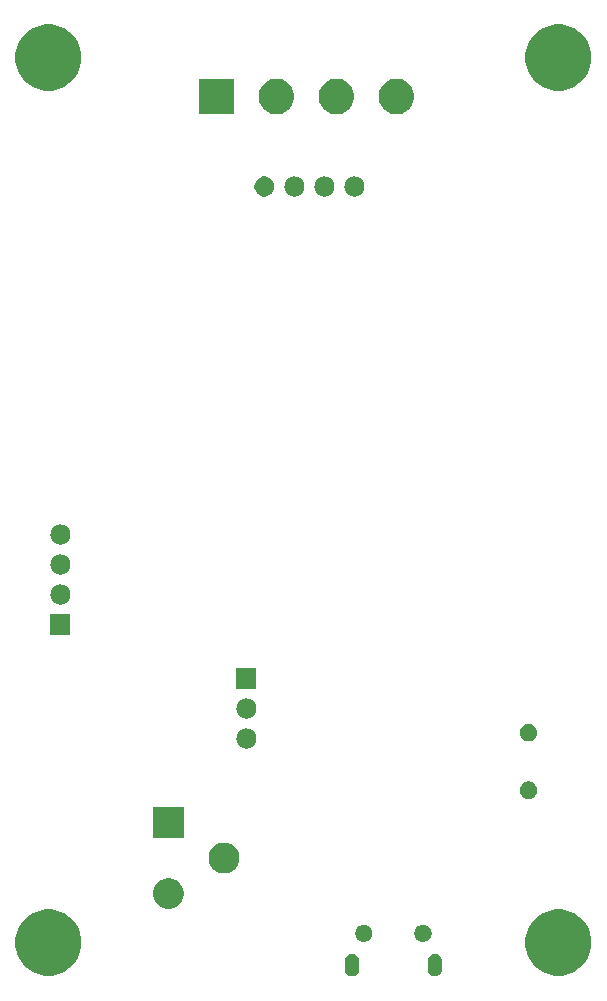
<source format=gbs>
%TF.GenerationSoftware,KiCad,Pcbnew,5.0.1*%
%TF.CreationDate,2018-11-26T07:17:36+01:00*%
%TF.ProjectId,leddings,6C656464696E67732E6B696361645F70,rev?*%
%TF.SameCoordinates,Original*%
%TF.FileFunction,Soldermask,Bot*%
%TF.FilePolarity,Negative*%
%FSLAX46Y46*%
G04 Gerber Fmt 4.6, Leading zero omitted, Abs format (unit mm)*
G04 Created by KiCad (PCBNEW 5.0.1) date Mo 26 Nov 2018 07:17:36 CET*
%MOMM*%
%LPD*%
G01*
G04 APERTURE LIST*
%ADD10C,0.150000*%
G04 APERTURE END LIST*
D10*
G36*
X164907620Y-105103682D02*
X165020720Y-105137990D01*
X165124954Y-105193704D01*
X165216317Y-105268683D01*
X165291296Y-105360045D01*
X165347010Y-105464279D01*
X165381318Y-105577379D01*
X165390000Y-105665526D01*
X165390000Y-106424474D01*
X165381318Y-106512621D01*
X165347010Y-106625721D01*
X165291296Y-106729955D01*
X165216317Y-106821317D01*
X165124955Y-106896296D01*
X165020721Y-106952010D01*
X164907621Y-106986318D01*
X164790000Y-106997903D01*
X164672380Y-106986318D01*
X164559280Y-106952010D01*
X164455046Y-106896296D01*
X164363684Y-106821317D01*
X164288705Y-106729955D01*
X164232990Y-106625721D01*
X164198682Y-106512621D01*
X164190000Y-106424474D01*
X164190000Y-105665527D01*
X164198682Y-105577380D01*
X164232990Y-105464280D01*
X164288704Y-105360046D01*
X164363683Y-105268683D01*
X164455045Y-105193704D01*
X164559279Y-105137990D01*
X164672379Y-105103682D01*
X164790000Y-105092097D01*
X164907620Y-105103682D01*
X164907620Y-105103682D01*
G37*
G36*
X157907621Y-105103682D02*
X158020721Y-105137990D01*
X158124955Y-105193704D01*
X158216317Y-105268683D01*
X158291296Y-105360045D01*
X158347010Y-105464279D01*
X158381318Y-105577379D01*
X158390000Y-105665526D01*
X158390000Y-106424474D01*
X158381318Y-106512621D01*
X158347010Y-106625721D01*
X158291296Y-106729955D01*
X158216317Y-106821317D01*
X158124954Y-106896296D01*
X158020720Y-106952010D01*
X157907620Y-106986318D01*
X157790000Y-106997903D01*
X157672379Y-106986318D01*
X157559279Y-106952010D01*
X157455045Y-106896296D01*
X157363683Y-106821317D01*
X157288704Y-106729954D01*
X157232990Y-106625720D01*
X157198682Y-106512620D01*
X157190000Y-106424473D01*
X157190000Y-105665526D01*
X157198682Y-105577379D01*
X157232990Y-105464279D01*
X157288705Y-105360045D01*
X157363684Y-105268683D01*
X157455046Y-105193704D01*
X157559280Y-105137990D01*
X157672380Y-105103682D01*
X157790000Y-105092097D01*
X157907621Y-105103682D01*
X157907621Y-105103682D01*
G37*
G36*
X175806253Y-101393801D02*
X176076730Y-101447602D01*
X176287799Y-101535030D01*
X176586296Y-101658671D01*
X177044899Y-101965100D01*
X177434900Y-102355101D01*
X177741329Y-102813704D01*
X177819151Y-103001583D01*
X177952398Y-103323270D01*
X178060000Y-103864224D01*
X178060000Y-104415776D01*
X177952398Y-104956730D01*
X177891528Y-105103682D01*
X177741329Y-105466296D01*
X177434900Y-105924899D01*
X177044899Y-106314900D01*
X176586296Y-106621329D01*
X176287799Y-106744970D01*
X176076730Y-106832398D01*
X175806253Y-106886199D01*
X175535777Y-106940000D01*
X174984223Y-106940000D01*
X174713747Y-106886199D01*
X174443270Y-106832398D01*
X174232201Y-106744970D01*
X173933704Y-106621329D01*
X173475101Y-106314900D01*
X173085100Y-105924899D01*
X172778671Y-105466296D01*
X172628472Y-105103682D01*
X172567602Y-104956730D01*
X172460000Y-104415776D01*
X172460000Y-103864224D01*
X172567602Y-103323270D01*
X172700849Y-103001583D01*
X172778671Y-102813704D01*
X173085100Y-102355101D01*
X173475101Y-101965100D01*
X173933704Y-101658671D01*
X174232201Y-101535030D01*
X174443270Y-101447602D01*
X174713747Y-101393801D01*
X174984223Y-101340000D01*
X175535777Y-101340000D01*
X175806253Y-101393801D01*
X175806253Y-101393801D01*
G37*
G36*
X132626253Y-101393801D02*
X132896730Y-101447602D01*
X133107799Y-101535030D01*
X133406296Y-101658671D01*
X133864899Y-101965100D01*
X134254900Y-102355101D01*
X134561329Y-102813704D01*
X134639151Y-103001583D01*
X134772398Y-103323270D01*
X134880000Y-103864224D01*
X134880000Y-104415776D01*
X134772398Y-104956730D01*
X134711528Y-105103682D01*
X134561329Y-105466296D01*
X134254900Y-105924899D01*
X133864899Y-106314900D01*
X133406296Y-106621329D01*
X133107799Y-106744970D01*
X132896730Y-106832398D01*
X132626253Y-106886199D01*
X132355777Y-106940000D01*
X131804223Y-106940000D01*
X131533747Y-106886199D01*
X131263270Y-106832398D01*
X131052201Y-106744970D01*
X130753704Y-106621329D01*
X130295101Y-106314900D01*
X129905100Y-105924899D01*
X129598671Y-105466296D01*
X129448472Y-105103682D01*
X129387602Y-104956730D01*
X129280000Y-104415776D01*
X129280000Y-103864224D01*
X129387602Y-103323270D01*
X129520849Y-103001583D01*
X129598671Y-102813704D01*
X129905100Y-102355101D01*
X130295101Y-101965100D01*
X130753704Y-101658671D01*
X131052201Y-101535030D01*
X131263270Y-101447602D01*
X131533747Y-101393801D01*
X131804223Y-101340000D01*
X132355777Y-101340000D01*
X132626253Y-101393801D01*
X132626253Y-101393801D01*
G37*
G36*
X163917434Y-102631144D02*
X164001475Y-102647861D01*
X164133416Y-102702513D01*
X164133417Y-102702514D01*
X164252164Y-102781858D01*
X164353142Y-102882836D01*
X164353144Y-102882839D01*
X164432487Y-103001584D01*
X164487139Y-103133525D01*
X164515000Y-103273594D01*
X164515000Y-103416406D01*
X164487139Y-103556475D01*
X164432487Y-103688416D01*
X164432486Y-103688417D01*
X164353142Y-103807164D01*
X164252164Y-103908142D01*
X164252161Y-103908144D01*
X164133416Y-103987487D01*
X164001475Y-104042139D01*
X163917434Y-104058856D01*
X163861408Y-104070000D01*
X163718592Y-104070000D01*
X163662566Y-104058856D01*
X163578525Y-104042139D01*
X163446584Y-103987487D01*
X163327839Y-103908144D01*
X163327836Y-103908142D01*
X163226858Y-103807164D01*
X163147514Y-103688417D01*
X163147513Y-103688416D01*
X163092861Y-103556475D01*
X163065000Y-103416406D01*
X163065000Y-103273594D01*
X163092861Y-103133525D01*
X163147513Y-103001584D01*
X163226856Y-102882839D01*
X163226858Y-102882836D01*
X163327836Y-102781858D01*
X163446583Y-102702514D01*
X163446584Y-102702513D01*
X163578525Y-102647861D01*
X163662566Y-102631144D01*
X163718592Y-102620000D01*
X163861408Y-102620000D01*
X163917434Y-102631144D01*
X163917434Y-102631144D01*
G37*
G36*
X158917434Y-102631144D02*
X159001475Y-102647861D01*
X159133416Y-102702513D01*
X159133417Y-102702514D01*
X159252164Y-102781858D01*
X159353142Y-102882836D01*
X159353144Y-102882839D01*
X159432487Y-103001584D01*
X159487139Y-103133525D01*
X159515000Y-103273594D01*
X159515000Y-103416406D01*
X159487139Y-103556475D01*
X159432487Y-103688416D01*
X159432486Y-103688417D01*
X159353142Y-103807164D01*
X159252164Y-103908142D01*
X159252161Y-103908144D01*
X159133416Y-103987487D01*
X159001475Y-104042139D01*
X158917434Y-104058856D01*
X158861408Y-104070000D01*
X158718592Y-104070000D01*
X158662566Y-104058856D01*
X158578525Y-104042139D01*
X158446584Y-103987487D01*
X158327839Y-103908144D01*
X158327836Y-103908142D01*
X158226858Y-103807164D01*
X158147514Y-103688417D01*
X158147513Y-103688416D01*
X158092861Y-103556475D01*
X158065000Y-103416406D01*
X158065000Y-103273594D01*
X158092861Y-103133525D01*
X158147513Y-103001584D01*
X158226856Y-102882839D01*
X158226858Y-102882836D01*
X158327836Y-102781858D01*
X158446583Y-102702514D01*
X158446584Y-102702513D01*
X158578525Y-102647861D01*
X158662566Y-102631144D01*
X158718592Y-102620000D01*
X158861408Y-102620000D01*
X158917434Y-102631144D01*
X158917434Y-102631144D01*
G37*
G36*
X142619196Y-98729958D02*
X142855780Y-98827954D01*
X143068705Y-98970226D01*
X143249774Y-99151295D01*
X143392046Y-99364220D01*
X143490042Y-99600804D01*
X143540000Y-99851960D01*
X143540000Y-100108040D01*
X143490042Y-100359196D01*
X143392046Y-100595780D01*
X143249774Y-100808705D01*
X143068705Y-100989774D01*
X142855780Y-101132046D01*
X142619196Y-101230042D01*
X142368040Y-101280000D01*
X142111960Y-101280000D01*
X141860804Y-101230042D01*
X141624220Y-101132046D01*
X141411295Y-100989774D01*
X141230226Y-100808705D01*
X141087954Y-100595780D01*
X140989958Y-100359196D01*
X140940000Y-100108040D01*
X140940000Y-99851960D01*
X140989958Y-99600804D01*
X141087954Y-99364220D01*
X141230226Y-99151295D01*
X141411295Y-98970226D01*
X141624220Y-98827954D01*
X141860804Y-98729958D01*
X142111960Y-98680000D01*
X142368040Y-98680000D01*
X142619196Y-98729958D01*
X142619196Y-98729958D01*
G37*
G36*
X147319196Y-95729958D02*
X147555780Y-95827954D01*
X147768705Y-95970226D01*
X147949774Y-96151295D01*
X148092046Y-96364220D01*
X148190042Y-96600804D01*
X148240000Y-96851960D01*
X148240000Y-97108040D01*
X148190042Y-97359196D01*
X148092046Y-97595780D01*
X147949774Y-97808705D01*
X147768705Y-97989774D01*
X147555780Y-98132046D01*
X147319196Y-98230042D01*
X147068040Y-98280000D01*
X146811960Y-98280000D01*
X146560804Y-98230042D01*
X146324220Y-98132046D01*
X146111295Y-97989774D01*
X145930226Y-97808705D01*
X145787954Y-97595780D01*
X145689958Y-97359196D01*
X145640000Y-97108040D01*
X145640000Y-96851960D01*
X145689958Y-96600804D01*
X145787954Y-96364220D01*
X145930226Y-96151295D01*
X146111295Y-95970226D01*
X146324220Y-95827954D01*
X146560804Y-95729958D01*
X146811960Y-95680000D01*
X147068040Y-95680000D01*
X147319196Y-95729958D01*
X147319196Y-95729958D01*
G37*
G36*
X143540000Y-95280000D02*
X140940000Y-95280000D01*
X140940000Y-92680000D01*
X143540000Y-92680000D01*
X143540000Y-95280000D01*
X143540000Y-95280000D01*
G37*
G36*
X172866318Y-90504411D02*
X172938767Y-90518822D01*
X172995303Y-90542240D01*
X173075257Y-90575358D01*
X173198100Y-90657439D01*
X173302561Y-90761900D01*
X173384642Y-90884743D01*
X173441178Y-91021234D01*
X173470000Y-91166130D01*
X173470000Y-91313870D01*
X173441178Y-91458766D01*
X173384642Y-91595257D01*
X173302561Y-91718100D01*
X173198100Y-91822561D01*
X173075257Y-91904642D01*
X172995303Y-91937760D01*
X172938767Y-91961178D01*
X172866318Y-91975589D01*
X172793870Y-91990000D01*
X172646130Y-91990000D01*
X172573682Y-91975589D01*
X172501233Y-91961178D01*
X172444697Y-91937760D01*
X172364743Y-91904642D01*
X172241900Y-91822561D01*
X172137439Y-91718100D01*
X172055358Y-91595257D01*
X171998822Y-91458766D01*
X171970000Y-91313870D01*
X171970000Y-91166130D01*
X171998822Y-91021234D01*
X172055358Y-90884743D01*
X172137439Y-90761900D01*
X172241900Y-90657439D01*
X172364743Y-90575358D01*
X172444697Y-90542240D01*
X172501233Y-90518822D01*
X172573682Y-90504411D01*
X172646130Y-90490000D01*
X172793870Y-90490000D01*
X172866318Y-90504411D01*
X172866318Y-90504411D01*
G37*
G36*
X149010630Y-86030299D02*
X149170855Y-86078903D01*
X149318520Y-86157831D01*
X149447949Y-86264051D01*
X149554169Y-86393480D01*
X149633097Y-86541145D01*
X149681701Y-86701370D01*
X149698112Y-86868000D01*
X149681701Y-87034630D01*
X149633097Y-87194855D01*
X149554169Y-87342520D01*
X149447949Y-87471949D01*
X149318520Y-87578169D01*
X149170855Y-87657097D01*
X149010630Y-87705701D01*
X148885752Y-87718000D01*
X148802248Y-87718000D01*
X148677370Y-87705701D01*
X148517145Y-87657097D01*
X148369480Y-87578169D01*
X148240051Y-87471949D01*
X148133831Y-87342520D01*
X148054903Y-87194855D01*
X148006299Y-87034630D01*
X147989888Y-86868000D01*
X148006299Y-86701370D01*
X148054903Y-86541145D01*
X148133831Y-86393480D01*
X148240051Y-86264051D01*
X148369480Y-86157831D01*
X148517145Y-86078903D01*
X148677370Y-86030299D01*
X148802248Y-86018000D01*
X148885752Y-86018000D01*
X149010630Y-86030299D01*
X149010630Y-86030299D01*
G37*
G36*
X172866318Y-85624411D02*
X172938767Y-85638822D01*
X172995303Y-85662240D01*
X173075257Y-85695358D01*
X173198100Y-85777439D01*
X173302561Y-85881900D01*
X173384642Y-86004743D01*
X173395228Y-86030300D01*
X173441178Y-86141233D01*
X173444480Y-86157832D01*
X173470000Y-86286130D01*
X173470000Y-86433870D01*
X173441178Y-86578766D01*
X173384642Y-86715257D01*
X173302561Y-86838100D01*
X173198100Y-86942561D01*
X173075257Y-87024642D01*
X172995303Y-87057760D01*
X172938767Y-87081178D01*
X172866318Y-87095589D01*
X172793870Y-87110000D01*
X172646130Y-87110000D01*
X172573682Y-87095589D01*
X172501233Y-87081178D01*
X172444697Y-87057760D01*
X172364743Y-87024642D01*
X172241900Y-86942561D01*
X172137439Y-86838100D01*
X172055358Y-86715257D01*
X171998822Y-86578766D01*
X171970000Y-86433870D01*
X171970000Y-86286130D01*
X171995520Y-86157832D01*
X171998822Y-86141233D01*
X172044772Y-86030300D01*
X172055358Y-86004743D01*
X172137439Y-85881900D01*
X172241900Y-85777439D01*
X172364743Y-85695358D01*
X172444697Y-85662240D01*
X172501233Y-85638822D01*
X172573682Y-85624411D01*
X172646130Y-85610000D01*
X172793870Y-85610000D01*
X172866318Y-85624411D01*
X172866318Y-85624411D01*
G37*
G36*
X149010630Y-83490299D02*
X149170855Y-83538903D01*
X149318520Y-83617831D01*
X149447949Y-83724051D01*
X149554169Y-83853480D01*
X149633097Y-84001145D01*
X149681701Y-84161370D01*
X149698112Y-84328000D01*
X149681701Y-84494630D01*
X149633097Y-84654855D01*
X149554169Y-84802520D01*
X149447949Y-84931949D01*
X149318520Y-85038169D01*
X149170855Y-85117097D01*
X149010630Y-85165701D01*
X148885752Y-85178000D01*
X148802248Y-85178000D01*
X148677370Y-85165701D01*
X148517145Y-85117097D01*
X148369480Y-85038169D01*
X148240051Y-84931949D01*
X148133831Y-84802520D01*
X148054903Y-84654855D01*
X148006299Y-84494630D01*
X147989888Y-84328000D01*
X148006299Y-84161370D01*
X148054903Y-84001145D01*
X148133831Y-83853480D01*
X148240051Y-83724051D01*
X148369480Y-83617831D01*
X148517145Y-83538903D01*
X148677370Y-83490299D01*
X148802248Y-83478000D01*
X148885752Y-83478000D01*
X149010630Y-83490299D01*
X149010630Y-83490299D01*
G37*
G36*
X149694000Y-82638000D02*
X147994000Y-82638000D01*
X147994000Y-80938000D01*
X149694000Y-80938000D01*
X149694000Y-82638000D01*
X149694000Y-82638000D01*
G37*
G36*
X133946000Y-78066000D02*
X132246000Y-78066000D01*
X132246000Y-76366000D01*
X133946000Y-76366000D01*
X133946000Y-78066000D01*
X133946000Y-78066000D01*
G37*
G36*
X133262630Y-73838299D02*
X133422855Y-73886903D01*
X133570520Y-73965831D01*
X133699949Y-74072051D01*
X133806169Y-74201480D01*
X133885097Y-74349145D01*
X133933701Y-74509370D01*
X133950112Y-74676000D01*
X133933701Y-74842630D01*
X133885097Y-75002855D01*
X133806169Y-75150520D01*
X133699949Y-75279949D01*
X133570520Y-75386169D01*
X133422855Y-75465097D01*
X133262630Y-75513701D01*
X133137752Y-75526000D01*
X133054248Y-75526000D01*
X132929370Y-75513701D01*
X132769145Y-75465097D01*
X132621480Y-75386169D01*
X132492051Y-75279949D01*
X132385831Y-75150520D01*
X132306903Y-75002855D01*
X132258299Y-74842630D01*
X132241888Y-74676000D01*
X132258299Y-74509370D01*
X132306903Y-74349145D01*
X132385831Y-74201480D01*
X132492051Y-74072051D01*
X132621480Y-73965831D01*
X132769145Y-73886903D01*
X132929370Y-73838299D01*
X133054248Y-73826000D01*
X133137752Y-73826000D01*
X133262630Y-73838299D01*
X133262630Y-73838299D01*
G37*
G36*
X133262630Y-71298299D02*
X133422855Y-71346903D01*
X133570520Y-71425831D01*
X133699949Y-71532051D01*
X133806169Y-71661480D01*
X133885097Y-71809145D01*
X133933701Y-71969370D01*
X133950112Y-72136000D01*
X133933701Y-72302630D01*
X133885097Y-72462855D01*
X133806169Y-72610520D01*
X133699949Y-72739949D01*
X133570520Y-72846169D01*
X133422855Y-72925097D01*
X133262630Y-72973701D01*
X133137752Y-72986000D01*
X133054248Y-72986000D01*
X132929370Y-72973701D01*
X132769145Y-72925097D01*
X132621480Y-72846169D01*
X132492051Y-72739949D01*
X132385831Y-72610520D01*
X132306903Y-72462855D01*
X132258299Y-72302630D01*
X132241888Y-72136000D01*
X132258299Y-71969370D01*
X132306903Y-71809145D01*
X132385831Y-71661480D01*
X132492051Y-71532051D01*
X132621480Y-71425831D01*
X132769145Y-71346903D01*
X132929370Y-71298299D01*
X133054248Y-71286000D01*
X133137752Y-71286000D01*
X133262630Y-71298299D01*
X133262630Y-71298299D01*
G37*
G36*
X133262630Y-68758299D02*
X133422855Y-68806903D01*
X133570520Y-68885831D01*
X133699949Y-68992051D01*
X133806169Y-69121480D01*
X133885097Y-69269145D01*
X133933701Y-69429370D01*
X133950112Y-69596000D01*
X133933701Y-69762630D01*
X133885097Y-69922855D01*
X133806169Y-70070520D01*
X133699949Y-70199949D01*
X133570520Y-70306169D01*
X133422855Y-70385097D01*
X133262630Y-70433701D01*
X133137752Y-70446000D01*
X133054248Y-70446000D01*
X132929370Y-70433701D01*
X132769145Y-70385097D01*
X132621480Y-70306169D01*
X132492051Y-70199949D01*
X132385831Y-70070520D01*
X132306903Y-69922855D01*
X132258299Y-69762630D01*
X132241888Y-69596000D01*
X132258299Y-69429370D01*
X132306903Y-69269145D01*
X132385831Y-69121480D01*
X132492051Y-68992051D01*
X132621480Y-68885831D01*
X132769145Y-68806903D01*
X132929370Y-68758299D01*
X133054248Y-68746000D01*
X133137752Y-68746000D01*
X133262630Y-68758299D01*
X133262630Y-68758299D01*
G37*
G36*
X155614630Y-39294299D02*
X155774855Y-39342903D01*
X155922520Y-39421831D01*
X156051949Y-39528051D01*
X156158169Y-39657480D01*
X156237097Y-39805145D01*
X156285701Y-39965370D01*
X156302112Y-40132000D01*
X156285701Y-40298630D01*
X156237097Y-40458855D01*
X156158169Y-40606520D01*
X156051949Y-40735949D01*
X155922520Y-40842169D01*
X155774855Y-40921097D01*
X155614630Y-40969701D01*
X155489752Y-40982000D01*
X155406248Y-40982000D01*
X155281370Y-40969701D01*
X155121145Y-40921097D01*
X154973480Y-40842169D01*
X154844051Y-40735949D01*
X154737831Y-40606520D01*
X154658903Y-40458855D01*
X154610299Y-40298630D01*
X154593888Y-40132000D01*
X154610299Y-39965370D01*
X154658903Y-39805145D01*
X154737831Y-39657480D01*
X154844051Y-39528051D01*
X154973480Y-39421831D01*
X155121145Y-39342903D01*
X155281370Y-39294299D01*
X155406248Y-39282000D01*
X155489752Y-39282000D01*
X155614630Y-39294299D01*
X155614630Y-39294299D01*
G37*
G36*
X158154630Y-39294299D02*
X158314855Y-39342903D01*
X158462520Y-39421831D01*
X158591949Y-39528051D01*
X158698169Y-39657480D01*
X158777097Y-39805145D01*
X158825701Y-39965370D01*
X158842112Y-40132000D01*
X158825701Y-40298630D01*
X158777097Y-40458855D01*
X158698169Y-40606520D01*
X158591949Y-40735949D01*
X158462520Y-40842169D01*
X158314855Y-40921097D01*
X158154630Y-40969701D01*
X158029752Y-40982000D01*
X157946248Y-40982000D01*
X157821370Y-40969701D01*
X157661145Y-40921097D01*
X157513480Y-40842169D01*
X157384051Y-40735949D01*
X157277831Y-40606520D01*
X157198903Y-40458855D01*
X157150299Y-40298630D01*
X157133888Y-40132000D01*
X157150299Y-39965370D01*
X157198903Y-39805145D01*
X157277831Y-39657480D01*
X157384051Y-39528051D01*
X157513480Y-39421831D01*
X157661145Y-39342903D01*
X157821370Y-39294299D01*
X157946248Y-39282000D01*
X158029752Y-39282000D01*
X158154630Y-39294299D01*
X158154630Y-39294299D01*
G37*
G36*
X153074630Y-39294299D02*
X153234855Y-39342903D01*
X153382520Y-39421831D01*
X153511949Y-39528051D01*
X153618169Y-39657480D01*
X153697097Y-39805145D01*
X153745701Y-39965370D01*
X153762112Y-40132000D01*
X153745701Y-40298630D01*
X153697097Y-40458855D01*
X153618169Y-40606520D01*
X153511949Y-40735949D01*
X153382520Y-40842169D01*
X153234855Y-40921097D01*
X153074630Y-40969701D01*
X152949752Y-40982000D01*
X152866248Y-40982000D01*
X152741370Y-40969701D01*
X152581145Y-40921097D01*
X152433480Y-40842169D01*
X152304051Y-40735949D01*
X152197831Y-40606520D01*
X152118903Y-40458855D01*
X152070299Y-40298630D01*
X152053888Y-40132000D01*
X152070299Y-39965370D01*
X152118903Y-39805145D01*
X152197831Y-39657480D01*
X152304051Y-39528051D01*
X152433480Y-39421831D01*
X152581145Y-39342903D01*
X152741370Y-39294299D01*
X152866248Y-39282000D01*
X152949752Y-39282000D01*
X153074630Y-39294299D01*
X153074630Y-39294299D01*
G37*
G36*
X150615934Y-39314664D02*
X150770627Y-39378740D01*
X150909847Y-39471764D01*
X151028236Y-39590153D01*
X151121260Y-39729373D01*
X151185336Y-39884066D01*
X151218000Y-40048281D01*
X151218000Y-40215719D01*
X151185336Y-40379934D01*
X151121260Y-40534627D01*
X151028236Y-40673847D01*
X150909847Y-40792236D01*
X150770627Y-40885260D01*
X150615934Y-40949336D01*
X150451719Y-40982000D01*
X150284281Y-40982000D01*
X150120066Y-40949336D01*
X149965373Y-40885260D01*
X149826153Y-40792236D01*
X149707764Y-40673847D01*
X149614740Y-40534627D01*
X149550664Y-40379934D01*
X149518000Y-40215719D01*
X149518000Y-40048281D01*
X149550664Y-39884066D01*
X149614740Y-39729373D01*
X149707764Y-39590153D01*
X149826153Y-39471764D01*
X149965373Y-39378740D01*
X150120066Y-39314664D01*
X150284281Y-39282000D01*
X150451719Y-39282000D01*
X150615934Y-39314664D01*
X150615934Y-39314664D01*
G37*
G36*
X147804000Y-34012000D02*
X144804000Y-34012000D01*
X144804000Y-31012000D01*
X147804000Y-31012000D01*
X147804000Y-34012000D01*
X147804000Y-34012000D01*
G37*
G36*
X156804935Y-31050429D02*
X156901534Y-31069644D01*
X157174517Y-31182717D01*
X157416920Y-31344687D01*
X157420197Y-31346876D01*
X157629124Y-31555803D01*
X157793284Y-31801485D01*
X157906356Y-32074467D01*
X157964000Y-32364261D01*
X157964000Y-32659739D01*
X157906356Y-32949533D01*
X157793284Y-33222515D01*
X157629124Y-33468197D01*
X157420197Y-33677124D01*
X157420194Y-33677126D01*
X157174517Y-33841283D01*
X156901534Y-33954356D01*
X156804935Y-33973571D01*
X156611739Y-34012000D01*
X156316261Y-34012000D01*
X156123065Y-33973571D01*
X156026466Y-33954356D01*
X155753483Y-33841283D01*
X155507806Y-33677126D01*
X155507803Y-33677124D01*
X155298876Y-33468197D01*
X155134716Y-33222515D01*
X155021644Y-32949533D01*
X154964000Y-32659739D01*
X154964000Y-32364261D01*
X155021644Y-32074467D01*
X155134716Y-31801485D01*
X155298876Y-31555803D01*
X155507803Y-31346876D01*
X155511080Y-31344687D01*
X155753483Y-31182717D01*
X156026466Y-31069644D01*
X156123065Y-31050429D01*
X156316261Y-31012000D01*
X156611739Y-31012000D01*
X156804935Y-31050429D01*
X156804935Y-31050429D01*
G37*
G36*
X151724935Y-31050429D02*
X151821534Y-31069644D01*
X152094517Y-31182717D01*
X152336920Y-31344687D01*
X152340197Y-31346876D01*
X152549124Y-31555803D01*
X152713284Y-31801485D01*
X152826356Y-32074467D01*
X152884000Y-32364261D01*
X152884000Y-32659739D01*
X152826356Y-32949533D01*
X152713284Y-33222515D01*
X152549124Y-33468197D01*
X152340197Y-33677124D01*
X152340194Y-33677126D01*
X152094517Y-33841283D01*
X151821534Y-33954356D01*
X151724935Y-33973571D01*
X151531739Y-34012000D01*
X151236261Y-34012000D01*
X151043065Y-33973571D01*
X150946466Y-33954356D01*
X150673483Y-33841283D01*
X150427806Y-33677126D01*
X150427803Y-33677124D01*
X150218876Y-33468197D01*
X150054716Y-33222515D01*
X149941644Y-32949533D01*
X149884000Y-32659739D01*
X149884000Y-32364261D01*
X149941644Y-32074467D01*
X150054716Y-31801485D01*
X150218876Y-31555803D01*
X150427803Y-31346876D01*
X150431080Y-31344687D01*
X150673483Y-31182717D01*
X150946466Y-31069644D01*
X151043065Y-31050429D01*
X151236261Y-31012000D01*
X151531739Y-31012000D01*
X151724935Y-31050429D01*
X151724935Y-31050429D01*
G37*
G36*
X161884935Y-31050429D02*
X161981534Y-31069644D01*
X162254517Y-31182717D01*
X162496920Y-31344687D01*
X162500197Y-31346876D01*
X162709124Y-31555803D01*
X162873284Y-31801485D01*
X162986356Y-32074467D01*
X163044000Y-32364261D01*
X163044000Y-32659739D01*
X162986356Y-32949533D01*
X162873284Y-33222515D01*
X162709124Y-33468197D01*
X162500197Y-33677124D01*
X162500194Y-33677126D01*
X162254517Y-33841283D01*
X161981534Y-33954356D01*
X161884935Y-33973571D01*
X161691739Y-34012000D01*
X161396261Y-34012000D01*
X161203065Y-33973571D01*
X161106466Y-33954356D01*
X160833483Y-33841283D01*
X160587806Y-33677126D01*
X160587803Y-33677124D01*
X160378876Y-33468197D01*
X160214716Y-33222515D01*
X160101644Y-32949533D01*
X160044000Y-32659739D01*
X160044000Y-32364261D01*
X160101644Y-32074467D01*
X160214716Y-31801485D01*
X160378876Y-31555803D01*
X160587803Y-31346876D01*
X160591080Y-31344687D01*
X160833483Y-31182717D01*
X161106466Y-31069644D01*
X161203065Y-31050429D01*
X161396261Y-31012000D01*
X161691739Y-31012000D01*
X161884935Y-31050429D01*
X161884935Y-31050429D01*
G37*
G36*
X132626253Y-26463801D02*
X132896730Y-26517602D01*
X133107799Y-26605030D01*
X133406296Y-26728671D01*
X133864899Y-27035100D01*
X134254900Y-27425101D01*
X134561329Y-27883704D01*
X134772398Y-28393271D01*
X134880000Y-28934223D01*
X134880000Y-29485777D01*
X134772398Y-30026729D01*
X134561329Y-30536296D01*
X134254900Y-30994899D01*
X133864899Y-31384900D01*
X133406296Y-31691329D01*
X133140360Y-31801483D01*
X132896730Y-31902398D01*
X132626253Y-31956199D01*
X132355777Y-32010000D01*
X131804223Y-32010000D01*
X131533747Y-31956199D01*
X131263270Y-31902398D01*
X131019640Y-31801483D01*
X130753704Y-31691329D01*
X130295101Y-31384900D01*
X129905100Y-30994899D01*
X129598671Y-30536296D01*
X129387602Y-30026729D01*
X129280000Y-29485777D01*
X129280000Y-28934223D01*
X129387602Y-28393271D01*
X129598671Y-27883704D01*
X129905100Y-27425101D01*
X130295101Y-27035100D01*
X130753704Y-26728671D01*
X131052201Y-26605030D01*
X131263270Y-26517602D01*
X131533747Y-26463801D01*
X131804223Y-26410000D01*
X132355777Y-26410000D01*
X132626253Y-26463801D01*
X132626253Y-26463801D01*
G37*
G36*
X175806253Y-26463801D02*
X176076730Y-26517602D01*
X176287799Y-26605030D01*
X176586296Y-26728671D01*
X177044899Y-27035100D01*
X177434900Y-27425101D01*
X177741329Y-27883704D01*
X177952398Y-28393271D01*
X178060000Y-28934223D01*
X178060000Y-29485777D01*
X177952398Y-30026729D01*
X177741329Y-30536296D01*
X177434900Y-30994899D01*
X177044899Y-31384900D01*
X176586296Y-31691329D01*
X176320360Y-31801483D01*
X176076730Y-31902398D01*
X175806253Y-31956199D01*
X175535777Y-32010000D01*
X174984223Y-32010000D01*
X174713747Y-31956199D01*
X174443270Y-31902398D01*
X174199640Y-31801483D01*
X173933704Y-31691329D01*
X173475101Y-31384900D01*
X173085100Y-30994899D01*
X172778671Y-30536296D01*
X172567602Y-30026729D01*
X172460000Y-29485777D01*
X172460000Y-28934223D01*
X172567602Y-28393271D01*
X172778671Y-27883704D01*
X173085100Y-27425101D01*
X173475101Y-27035100D01*
X173933704Y-26728671D01*
X174232201Y-26605030D01*
X174443270Y-26517602D01*
X174713747Y-26463801D01*
X174984223Y-26410000D01*
X175535777Y-26410000D01*
X175806253Y-26463801D01*
X175806253Y-26463801D01*
G37*
M02*

</source>
